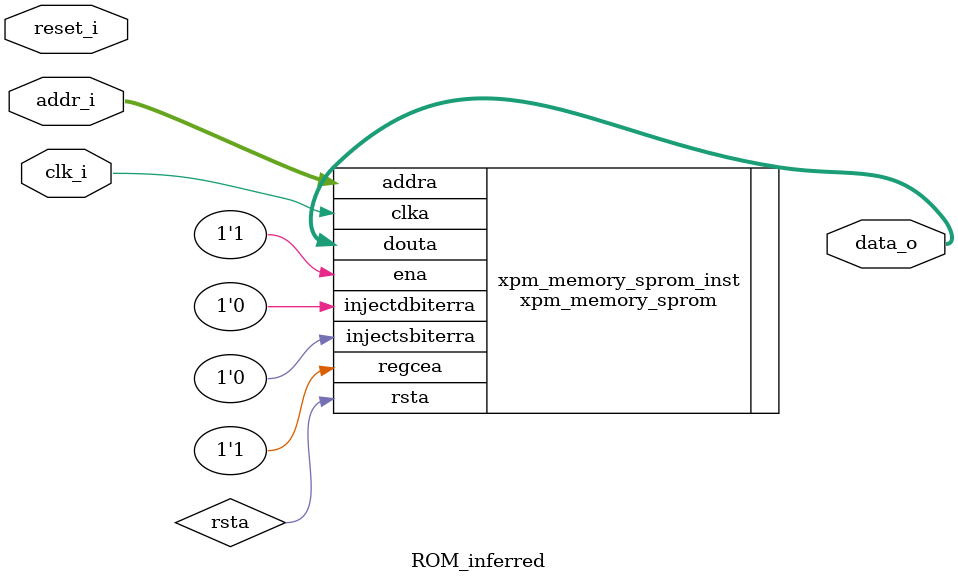
<source format=sv>

/**
Alex Knowlton
4/12/2023

Inferred block RAM using Xylinx Vivado. Wraps Vivado macro in drop-in replacement for previous ROM.
*/

module ROM_inferred #(
   parameter ADDR_WIDTH=3,
   parameter WORD_SIZE=8,
   parameter MEM_INIT="0_1_0.mif"
) (
   input logic [ADDR_WIDTH-1:0] addr_i,
   output logic [WORD_SIZE-1:0] data_o,
   input logic clk_i,
   input logic reset_i
);

   xpm_memory_sprom #(
      .ADDR_WIDTH_A(ADDR_WIDTH),              // DECIMAL
      .MEMORY_INIT_FILE(MEM_INIT),     // String
      .MEMORY_OPTIMIZATION("true"),  // String
      .MEMORY_PRIMITIVE("block"),     // String
      .MEMORY_SIZE((2**ADDR_WIDTH)*WORD_SIZE),            // DECIMAL
      .MESSAGE_CONTROL(0),           // DECIMAL
      .READ_DATA_WIDTH_A(WORD_SIZE),        // DECIMAL
      .READ_LATENCY_A(1),            // DECIMAL
      .READ_RESET_VALUE_A("0"),      // String
      .RST_MODE_A("SYNC"),           // String
      .SIM_ASSERT_CHK(0),            // DECIMAL; 0=disable simulation messages, 1=enable simulation messages
      .USE_MEM_INIT(1),              // DECIMAL
      .USE_MEM_INIT_MMI(0),          // DECIMAL
      .WAKEUP_TIME("disable_sleep")  // String
   )
   xpm_memory_sprom_inst (
      .douta(data_o),                   // READ_DATA_WIDTH_A-bit output: Data output for port A read operations.
      .addra(addr_i),                   // ADDR_WIDTH_A-bit input: Address for port A read operations.
      .clka(clk_i),                     // 1-bit input: Clock signal for port A.
      .ena(1'b1),                       // 1-bit input: Memory enable signal for port A. Must be high on clock
                                       // cycles when read operations are initiated. Pipelined internally.
      .rsta(rsta),                     // 1-bit input: Reset signal for the final port A output register stage.
                                       // Synchronously resets output port douta to the value specified by
                                       // parameter READ_RESET_VALUE_A.
      .injectsbiterra(1'b0),
      .injectdbiterra(1'b0),
      .regcea(1'b1)
);

endmodule
</source>
